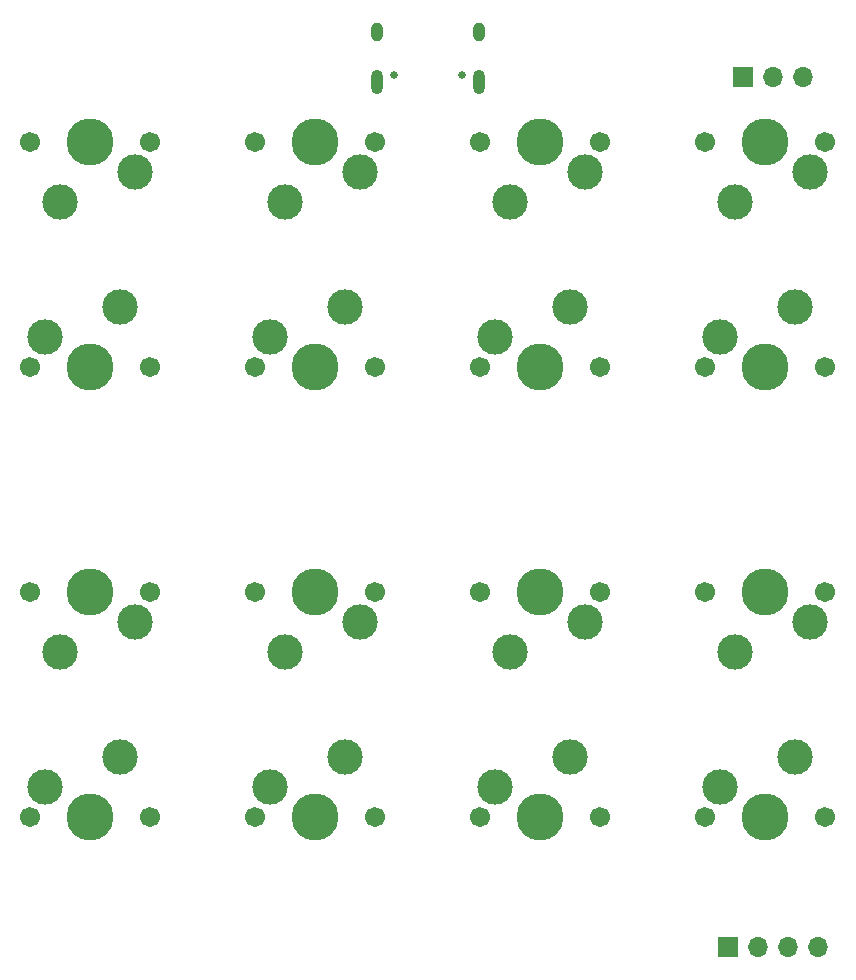
<source format=gbr>
G04 #@! TF.GenerationSoftware,KiCad,Pcbnew,(5.1.2)-2*
G04 #@! TF.CreationDate,2020-01-16T13:47:14+08:00*
G04 #@! TF.ProjectId,wingxx-receiver-v3,77696e67-7878-42d7-9265-636569766572,rev?*
G04 #@! TF.SameCoordinates,Original*
G04 #@! TF.FileFunction,Soldermask,Top*
G04 #@! TF.FilePolarity,Negative*
%FSLAX46Y46*%
G04 Gerber Fmt 4.6, Leading zero omitted, Abs format (unit mm)*
G04 Created by KiCad (PCBNEW (5.1.2)-2) date 2020-01-16 13:47:14*
%MOMM*%
%LPD*%
G04 APERTURE LIST*
%ADD10C,0.650000*%
%ADD11O,1.000000X2.100000*%
%ADD12O,1.000000X1.600000*%
%ADD13O,1.700000X1.700000*%
%ADD14R,1.700000X1.700000*%
%ADD15C,1.701800*%
%ADD16C,3.987800*%
%ADD17C,3.000000*%
G04 APERTURE END LIST*
D10*
X117190000Y-63400000D03*
X111410000Y-63400000D03*
D11*
X109980000Y-63930000D03*
X118620000Y-63930000D03*
D12*
X109980000Y-59750000D03*
X118620000Y-59750000D03*
D13*
X146050000Y-63500000D03*
X143510000Y-63500000D03*
D14*
X140970000Y-63500000D03*
D13*
X147320000Y-137160000D03*
X144780000Y-137160000D03*
X142240000Y-137160000D03*
D14*
X139700000Y-137160000D03*
D15*
X137795000Y-126206000D03*
X147955000Y-126206000D03*
D16*
X142875000Y-126206000D03*
D17*
X139065000Y-123666000D03*
X145415000Y-121126000D03*
D15*
X118745000Y-126206000D03*
X128905000Y-126206000D03*
D16*
X123825000Y-126206000D03*
D17*
X120015000Y-123666000D03*
X126365000Y-121126000D03*
D15*
X99695000Y-126206000D03*
X109855000Y-126206000D03*
D16*
X104775000Y-126206000D03*
D17*
X100965000Y-123666000D03*
X107315000Y-121126000D03*
D15*
X80645000Y-126206000D03*
X90805000Y-126206000D03*
D16*
X85725000Y-126206000D03*
D17*
X81915000Y-123666000D03*
X88265000Y-121126000D03*
D15*
X147955000Y-107156000D03*
X137795000Y-107156000D03*
D16*
X142875000Y-107156000D03*
D17*
X146685000Y-109696000D03*
X140335000Y-112236000D03*
D15*
X128905000Y-107156000D03*
X118745000Y-107156000D03*
D16*
X123825000Y-107156000D03*
D17*
X127635000Y-109696000D03*
X121285000Y-112236000D03*
D15*
X109855000Y-107156000D03*
X99695000Y-107156000D03*
D16*
X104775000Y-107156000D03*
D17*
X108585000Y-109696000D03*
X102235000Y-112236000D03*
D15*
X90805000Y-107156000D03*
X80645000Y-107156000D03*
D16*
X85725000Y-107156000D03*
D17*
X89535000Y-109696000D03*
X83185000Y-112236000D03*
D15*
X137795000Y-88106200D03*
X147955000Y-88106200D03*
D16*
X142875000Y-88106200D03*
D17*
X139065000Y-85566200D03*
X145415000Y-83026200D03*
D15*
X118745000Y-88106200D03*
X128905000Y-88106200D03*
D16*
X123825000Y-88106200D03*
D17*
X120015000Y-85566200D03*
X126365000Y-83026200D03*
D15*
X99695000Y-88106200D03*
X109855000Y-88106200D03*
D16*
X104775000Y-88106200D03*
D17*
X100965000Y-85566200D03*
X107315000Y-83026200D03*
D15*
X80645000Y-88106200D03*
X90805000Y-88106200D03*
D16*
X85725000Y-88106200D03*
D17*
X81915000Y-85566200D03*
X88265000Y-83026200D03*
D15*
X147955000Y-69056200D03*
X137795000Y-69056200D03*
D16*
X142875000Y-69056200D03*
D17*
X146685000Y-71596200D03*
X140335000Y-74136200D03*
D15*
X128905000Y-69056200D03*
X118745000Y-69056200D03*
D16*
X123825000Y-69056200D03*
D17*
X127635000Y-71596200D03*
X121285000Y-74136200D03*
D15*
X109855000Y-69056200D03*
X99695000Y-69056200D03*
D16*
X104775000Y-69056200D03*
D17*
X108585000Y-71596200D03*
X102235000Y-74136200D03*
D15*
X90805000Y-69056200D03*
X80645000Y-69056200D03*
D16*
X85725000Y-69056200D03*
D17*
X89535000Y-71596200D03*
X83185000Y-74136200D03*
M02*

</source>
